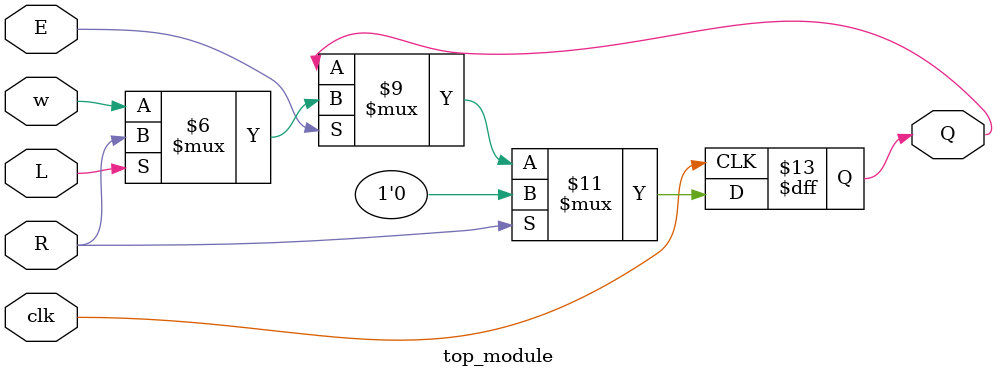
<source format=sv>
module top_module (
	input clk,
	input w,
	input R,
	input E,
	input L,
	output reg Q
);

always @(posedge clk) begin
	if (E == 1'b0) begin
		// Hold Q in its current state
	end
	else begin
		if (L == 1'b1) begin
			Q <= R;
		end
		else begin
			Q <= w;
		end
	end
	
	if (R == 1'b1) begin
		Q <= 1'b0;
	end
end

endmodule

</source>
